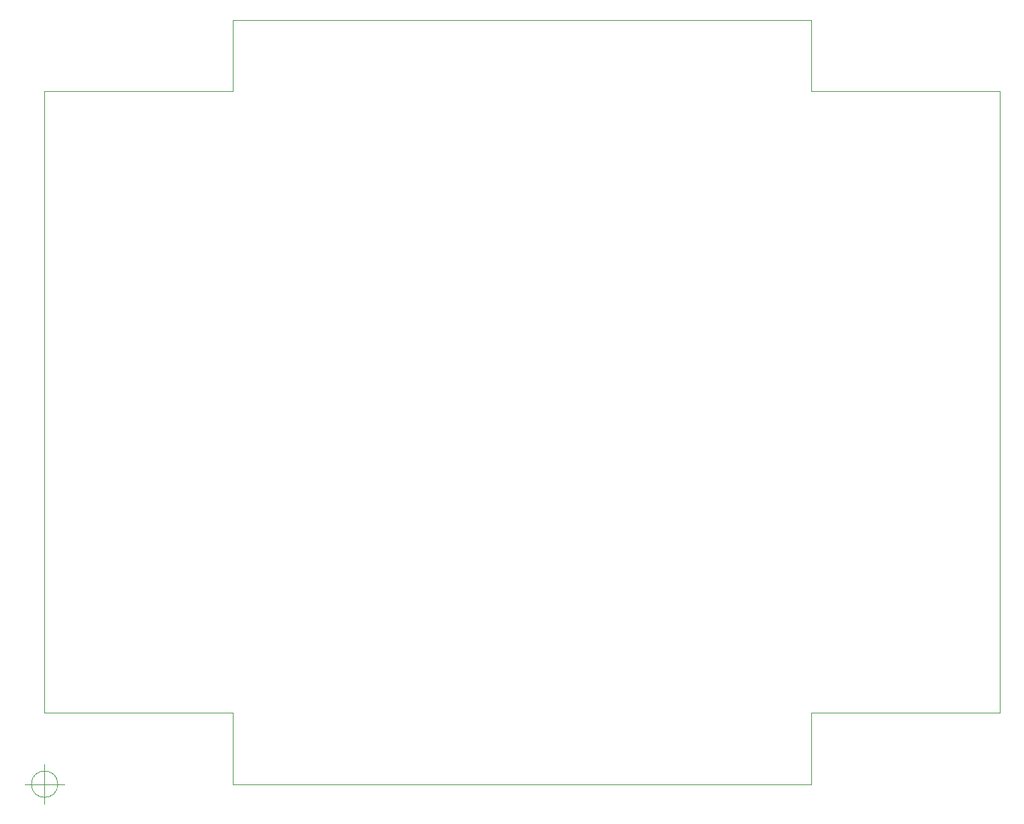
<source format=gbr>
G04 #@! TF.FileFunction,Profile,NP*
%FSLAX46Y46*%
G04 Gerber Fmt 4.6, Leading zero omitted, Abs format (unit mm)*
G04 Created by KiCad (PCBNEW (2015-05-13 BZR 5653)-product) date Tue 26 May 2015 04:41:06 PM CEST*
%MOMM*%
G01*
G04 APERTURE LIST*
%ADD10C,0.100000*%
G04 APERTURE END LIST*
D10*
X62916666Y-129750000D02*
G75*
G03X62916666Y-129750000I-1666666J0D01*
G01*
X58750000Y-129750000D02*
X63750000Y-129750000D01*
X61250000Y-127250000D02*
X61250000Y-132250000D01*
X61250000Y-42250000D02*
X61250000Y-120750000D01*
X85000000Y-42250000D02*
X61250000Y-42250000D01*
X85000000Y-33250000D02*
X85000000Y-42250000D01*
X158000000Y-33250000D02*
X85000000Y-33250000D01*
X158000000Y-42250000D02*
X158000000Y-33250000D01*
X181750000Y-42250000D02*
X158000000Y-42250000D01*
X181750000Y-120750000D02*
X181750000Y-42250000D01*
X158000000Y-120750000D02*
X181750000Y-120750000D01*
X158000000Y-129750000D02*
X158000000Y-120750000D01*
X85000000Y-129750000D02*
X158000000Y-129750000D01*
X85000000Y-120750000D02*
X85000000Y-129750000D01*
X61250000Y-120750000D02*
X85000000Y-120750000D01*
M02*

</source>
